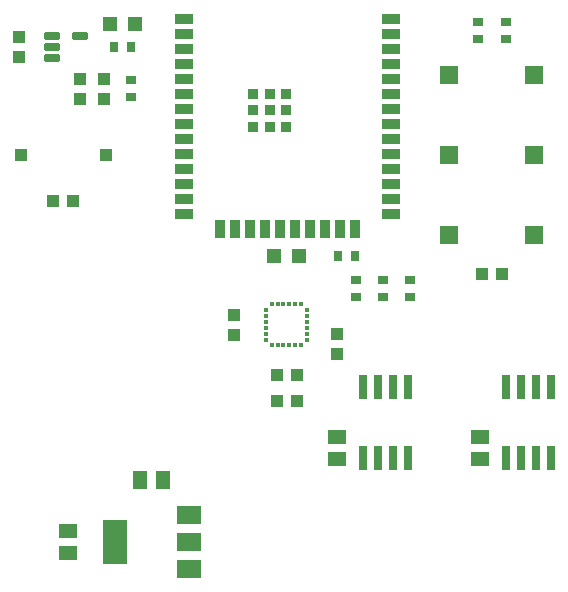
<source format=gbr>
%TF.GenerationSoftware,KiCad,Pcbnew,7.0.1*%
%TF.CreationDate,2023-08-30T02:05:44-03:00*%
%TF.ProjectId,RobotLaberinto_PCB,526f626f-744c-4616-9265-72696e746f5f,rev?*%
%TF.SameCoordinates,Original*%
%TF.FileFunction,Paste,Top*%
%TF.FilePolarity,Positive*%
%FSLAX46Y46*%
G04 Gerber Fmt 4.6, Leading zero omitted, Abs format (unit mm)*
G04 Created by KiCad (PCBNEW 7.0.1) date 2023-08-30 02:05:44*
%MOMM*%
%LPD*%
G01*
G04 APERTURE LIST*
G04 Aperture macros list*
%AMRoundRect*
0 Rectangle with rounded corners*
0 $1 Rounding radius*
0 $2 $3 $4 $5 $6 $7 $8 $9 X,Y pos of 4 corners*
0 Add a 4 corners polygon primitive as box body*
4,1,4,$2,$3,$4,$5,$6,$7,$8,$9,$2,$3,0*
0 Add four circle primitives for the rounded corners*
1,1,$1+$1,$2,$3*
1,1,$1+$1,$4,$5*
1,1,$1+$1,$6,$7*
1,1,$1+$1,$8,$9*
0 Add four rect primitives between the rounded corners*
20,1,$1+$1,$2,$3,$4,$5,0*
20,1,$1+$1,$4,$5,$6,$7,0*
20,1,$1+$1,$6,$7,$8,$9,0*
20,1,$1+$1,$8,$9,$2,$3,0*%
G04 Aperture macros list end*
%ADD10R,1.498600X1.300480*%
%ADD11R,2.000000X1.500000*%
%ADD12R,2.000000X3.800000*%
%ADD13R,0.900000X0.650000*%
%ADD14R,1.000000X1.100000*%
%ADD15R,1.300480X1.498600*%
%ADD16R,1.198880X1.198880*%
%ADD17R,1.100000X1.000000*%
%ADD18R,1.500000X1.500000*%
%ADD19R,0.711200X2.000000*%
%ADD20R,1.000760X1.000760*%
%ADD21R,0.650000X0.900000*%
%ADD22R,0.350000X0.400000*%
%ADD23R,0.400000X0.350000*%
%ADD24RoundRect,0.060000X-0.615000X0.240000X-0.615000X-0.240000X0.615000X-0.240000X0.615000X0.240000X0*%
%ADD25R,1.500000X0.900000*%
%ADD26R,0.900000X1.500000*%
%ADD27R,0.900000X0.900000*%
G04 APERTURE END LIST*
D10*
%TO.C,C6*%
X116400000Y-124747500D03*
X116400000Y-126652500D03*
%TD*%
%TO.C,C2*%
X139185000Y-118699100D03*
X139185000Y-116794100D03*
%TD*%
D11*
%TO.C,U3*%
X126650000Y-128000000D03*
X126650000Y-125700000D03*
D12*
X120350000Y-125700000D03*
D11*
X126650000Y-123400000D03*
%TD*%
D13*
%TO.C,R9*%
X121780000Y-88045000D03*
X121780000Y-86595000D03*
%TD*%
D14*
%TO.C,C16*%
X130500000Y-108180000D03*
X130500000Y-106480000D03*
%TD*%
%TO.C,C14*%
X119500000Y-88200000D03*
X119500000Y-86500000D03*
%TD*%
D15*
%TO.C,C4*%
X122547500Y-120500000D03*
X124452500Y-120500000D03*
%TD*%
D16*
%TO.C,LED1*%
X120000000Y-81890000D03*
X122098040Y-81890000D03*
%TD*%
D17*
%TO.C,C10*%
X153150000Y-103000000D03*
X151450000Y-103000000D03*
%TD*%
%TO.C,C8*%
X135770000Y-113760000D03*
X134070000Y-113760000D03*
%TD*%
D18*
%TO.C,Switch1*%
X155899180Y-92950000D03*
X148700820Y-92950000D03*
%TD*%
D13*
%TO.C,R7*%
X143100000Y-103527500D03*
X143100000Y-104977500D03*
%TD*%
D19*
%TO.C,U6*%
X145200000Y-112626600D03*
X143930000Y-112626600D03*
X142660000Y-112626600D03*
X141390000Y-112626600D03*
X141390000Y-118626600D03*
X142660000Y-118626600D03*
X143930000Y-118626600D03*
X145200000Y-118626600D03*
%TD*%
D13*
%TO.C,R8*%
X145400000Y-104977500D03*
X145400000Y-103527500D03*
%TD*%
D14*
%TO.C,C12*%
X112300000Y-84640000D03*
X112300000Y-82940000D03*
%TD*%
D18*
%TO.C,Star1*%
X155899180Y-86200000D03*
X148700820Y-86200000D03*
%TD*%
D17*
%TO.C,C11*%
X115150000Y-96800000D03*
X116850000Y-96800000D03*
%TD*%
D16*
%TO.C,LED2*%
X135949020Y-101500000D03*
X133850980Y-101500000D03*
%TD*%
D20*
%TO.C,EN1*%
X112400820Y-92950000D03*
X119599180Y-92950000D03*
%TD*%
D17*
%TO.C,C9*%
X135770000Y-111600000D03*
X134070000Y-111600000D03*
%TD*%
D21*
%TO.C,R2*%
X139265000Y-101500000D03*
X140715000Y-101500000D03*
%TD*%
D22*
%TO.C,U2*%
X136150000Y-105595000D03*
X135650000Y-105595000D03*
X135150000Y-105595000D03*
X134650000Y-105595000D03*
X134150000Y-105595000D03*
X133650000Y-105595000D03*
D23*
X133165000Y-106080000D03*
X133165000Y-106580000D03*
X133165000Y-107080000D03*
X133165000Y-107580000D03*
X133165000Y-108080000D03*
X133165000Y-108580000D03*
D22*
X133650000Y-109065000D03*
X134150000Y-109065000D03*
X134650000Y-109065000D03*
X135150000Y-109065000D03*
X135650000Y-109065000D03*
X136150000Y-109065000D03*
D23*
X136635000Y-108580000D03*
X136635000Y-108080000D03*
X136635000Y-107580000D03*
X136635000Y-107080000D03*
X136635000Y-106580000D03*
X136635000Y-106080000D03*
%TD*%
D18*
%TO.C,BOOT1*%
X155899180Y-99700000D03*
X148700820Y-99700000D03*
%TD*%
D14*
%TO.C,C15*%
X139200000Y-109780000D03*
X139200000Y-108080000D03*
%TD*%
D13*
%TO.C,R6*%
X140800000Y-103527500D03*
X140800000Y-104977500D03*
%TD*%
D21*
%TO.C,R1*%
X121774020Y-83790000D03*
X120324020Y-83790000D03*
%TD*%
D24*
%TO.C,U4*%
X115015000Y-82840000D03*
X115015000Y-83790000D03*
X115015000Y-84740000D03*
X117385000Y-82840000D03*
%TD*%
D13*
%TO.C,R4*%
X153490000Y-83155000D03*
X153490000Y-81705000D03*
%TD*%
D25*
%TO.C,U1*%
X126250000Y-82691750D03*
X126250000Y-85231750D03*
X126250000Y-86501750D03*
X126250000Y-83961750D03*
X126250000Y-87771750D03*
X126250000Y-89041750D03*
X126250000Y-90311750D03*
X126250000Y-91581750D03*
X126250000Y-92851750D03*
X126250000Y-94121750D03*
X126250000Y-95391750D03*
X126250000Y-96661750D03*
X126250000Y-97931750D03*
D26*
X130555000Y-99181750D03*
X139445000Y-99181750D03*
X140715000Y-99181750D03*
D25*
X143750000Y-97931750D03*
X143750000Y-96661750D03*
X143750000Y-95391750D03*
X143750000Y-94121750D03*
D26*
X131825000Y-99181750D03*
X133095000Y-99181750D03*
X134365000Y-99181750D03*
X135635000Y-99181750D03*
X136905000Y-99181750D03*
X138175000Y-99181750D03*
D25*
X143750000Y-92851750D03*
X143750000Y-91581750D03*
X143750000Y-82691750D03*
X143750000Y-90311750D03*
X143750000Y-83961750D03*
X143750000Y-86501750D03*
X143750000Y-85231750D03*
X143750000Y-87771750D03*
X126250000Y-81421750D03*
D26*
X129285000Y-99181750D03*
D27*
X132100000Y-87741750D03*
X132100000Y-89141750D03*
X132100000Y-90541750D03*
X133500000Y-87741750D03*
X133500000Y-89141750D03*
X133500000Y-90541750D03*
X134900000Y-87741750D03*
X134900000Y-89141750D03*
X134900000Y-90541750D03*
D25*
X143750000Y-81421750D03*
X143750000Y-89041750D03*
%TD*%
D13*
%TO.C,R3*%
X151130000Y-83155000D03*
X151130000Y-81705000D03*
%TD*%
D19*
%TO.C,U5*%
X157300000Y-112626600D03*
X156030000Y-112626600D03*
X154760000Y-112626600D03*
X153490000Y-112626600D03*
X153490000Y-118626600D03*
X154760000Y-118626600D03*
X156030000Y-118626600D03*
X157300000Y-118626600D03*
%TD*%
D14*
%TO.C,C13*%
X117390000Y-88200000D03*
X117390000Y-86500000D03*
%TD*%
D10*
%TO.C,C3*%
X151295000Y-118699100D03*
X151295000Y-116794100D03*
%TD*%
M02*

</source>
